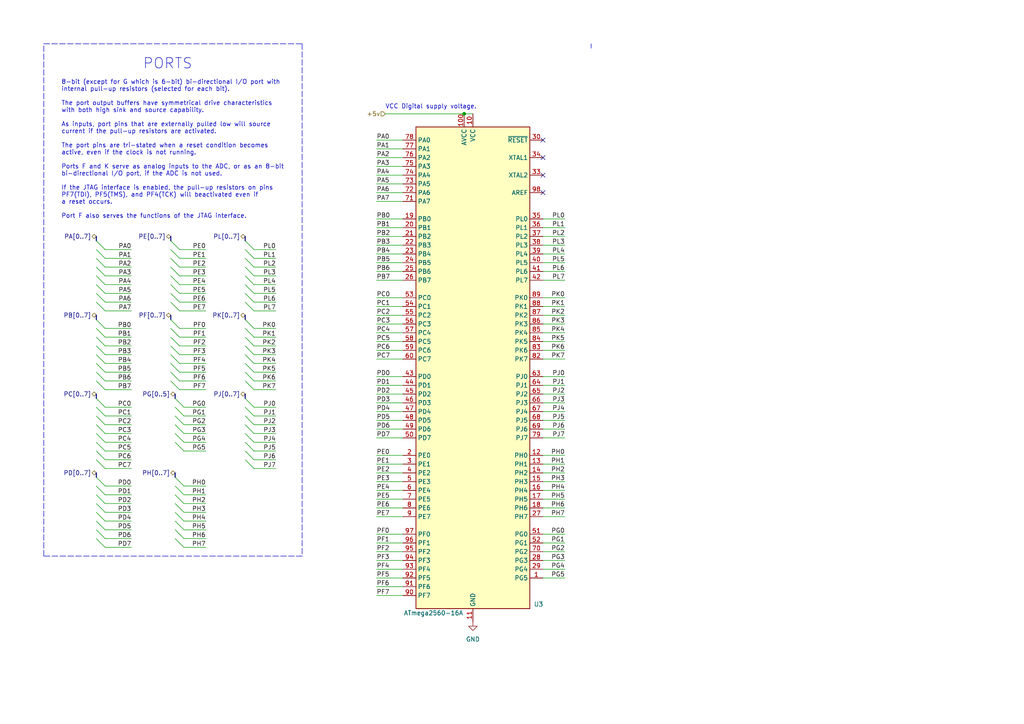
<source format=kicad_sch>
(kicad_sch (version 20210126) (generator eeschema)
  (paper "A4")
  (title_block (title "Basic Schematics Shared CPU") (comment 1 "ATmega2560-16A"))
  (lib_symbols
    (symbol "MCU_Microchip_ATmega:ATmega2560-16A"
      (property "Reference" "U" (at 0 1.27 0))
      (property "Value" "ATmega2560-16A" (at 0 -1.27 0))
      (symbol "ATmega2560-16A_0_1"
        (rectangle (start -16.51 -69.85) (end 16.51 69.85) (stroke (width 0.254)) (fill (type background)))
      )
      (symbol "ATmega2560-16A_1_1"
        (pin bidirectional line (at -20.32 -60.96 0) (length 3.81) (name "PG5") (number "1"))
        (pin power_in line (at 0 73.66 270) (length 3.81) (name "VCC") (number "10"))
        (pin power_in line (at 2.54 73.66 270) (length 3.81) (name "AVCC") (number "100"))
        (pin power_in line (at 0 -73.66 90) (length 3.81) (name "GND") (number "11"))
        (pin bidirectional line (at -20.32 -25.4 0) (length 3.81) (name "PH0") (number "12"))
        (pin bidirectional line (at -20.32 -27.94 0) (length 3.81) (name "PH1") (number "13"))
        (pin bidirectional line (at -20.32 -30.48 0) (length 3.81) (name "PH2") (number "14"))
        (pin bidirectional line (at -20.32 -33.02 0) (length 3.81) (name "PH3") (number "15"))
        (pin bidirectional line (at -20.32 -35.56 0) (length 3.81) (name "PH4") (number "16"))
        (pin bidirectional line (at -20.32 -38.1 0) (length 3.81) (name "PH5") (number "17"))
        (pin bidirectional line (at -20.32 -40.64 0) (length 3.81) (name "PH6") (number "18"))
        (pin bidirectional line (at 20.32 43.18 180) (length 3.81) (name "PB0") (number "19"))
        (pin bidirectional line (at 20.32 -25.4 180) (length 3.81) (name "PE0") (number "2"))
        (pin bidirectional line (at 20.32 40.64 180) (length 3.81) (name "PB1") (number "20"))
        (pin bidirectional line (at 20.32 38.1 180) (length 3.81) (name "PB2") (number "21"))
        (pin bidirectional line (at 20.32 35.56 180) (length 3.81) (name "PB3") (number "22"))
        (pin bidirectional line (at 20.32 33.02 180) (length 3.81) (name "PB4") (number "23"))
        (pin bidirectional line (at 20.32 30.48 180) (length 3.81) (name "PB5") (number "24"))
        (pin bidirectional line (at 20.32 27.94 180) (length 3.81) (name "PB6") (number "25"))
        (pin bidirectional line (at 20.32 25.4 180) (length 3.81) (name "PB7") (number "26"))
        (pin bidirectional line (at -20.32 -43.18 0) (length 3.81) (name "PH7") (number "27"))
        (pin bidirectional line (at -20.32 -55.88 0) (length 3.81) (name "PG3") (number "28"))
        (pin bidirectional line (at -20.32 -58.42 0) (length 3.81) (name "PG4") (number "29"))
        (pin bidirectional line (at 20.32 -27.94 180) (length 3.81) (name "PE1") (number "3"))
        (pin input line (at -20.32 66.04 0) (length 3.81) (name "~RESET") (number "30"))
        (pin passive line (at 0 73.66 270) (length 3.81) hide (name "VCC") (number "31"))
        (pin passive line (at 0 -73.66 90) (length 3.81) hide (name "GND") (number "32"))
        (pin output line (at -20.32 55.88 0) (length 3.81) (name "XTAL2") (number "33"))
        (pin input line (at -20.32 60.96 0) (length 3.81) (name "XTAL1") (number "34"))
        (pin bidirectional line (at -20.32 43.18 0) (length 3.81) (name "PL0") (number "35"))
        (pin bidirectional line (at -20.32 40.64 0) (length 3.81) (name "PL1") (number "36"))
        (pin bidirectional line (at -20.32 38.1 0) (length 3.81) (name "PL2") (number "37"))
        (pin bidirectional line (at -20.32 35.56 0) (length 3.81) (name "PL3") (number "38"))
        (pin bidirectional line (at -20.32 33.02 0) (length 3.81) (name "PL4") (number "39"))
        (pin bidirectional line (at 20.32 -30.48 180) (length 3.81) (name "PE2") (number "4"))
        (pin bidirectional line (at -20.32 30.48 0) (length 3.81) (name "PL5") (number "40"))
        (pin bidirectional line (at -20.32 27.94 0) (length 3.81) (name "PL6") (number "41"))
        (pin bidirectional line (at -20.32 25.4 0) (length 3.81) (name "PL7") (number "42"))
        (pin bidirectional line (at 20.32 -2.54 180) (length 3.81) (name "PD0") (number "43"))
        (pin bidirectional line (at 20.32 -5.08 180) (length 3.81) (name "PD1") (number "44"))
        (pin bidirectional line (at 20.32 -7.62 180) (length 3.81) (name "PD2") (number "45"))
        (pin bidirectional line (at 20.32 -10.16 180) (length 3.81) (name "PD3") (number "46"))
        (pin bidirectional line (at 20.32 -12.7 180) (length 3.81) (name "PD4") (number "47"))
        (pin bidirectional line (at 20.32 -15.24 180) (length 3.81) (name "PD5") (number "48"))
        (pin bidirectional line (at 20.32 -17.78 180) (length 3.81) (name "PD6") (number "49"))
        (pin bidirectional line (at 20.32 -33.02 180) (length 3.81) (name "PE3") (number "5"))
        (pin bidirectional line (at 20.32 -20.32 180) (length 3.81) (name "PD7") (number "50"))
        (pin bidirectional line (at -20.32 -48.26 0) (length 3.81) (name "PG0") (number "51"))
        (pin bidirectional line (at -20.32 -50.8 0) (length 3.81) (name "PG1") (number "52"))
        (pin bidirectional line (at 20.32 20.32 180) (length 3.81) (name "PC0") (number "53"))
        (pin bidirectional line (at 20.32 17.78 180) (length 3.81) (name "PC1") (number "54"))
        (pin bidirectional line (at 20.32 15.24 180) (length 3.81) (name "PC2") (number "55"))
        (pin bidirectional line (at 20.32 12.7 180) (length 3.81) (name "PC3") (number "56"))
        (pin bidirectional line (at 20.32 10.16 180) (length 3.81) (name "PC4") (number "57"))
        (pin bidirectional line (at 20.32 7.62 180) (length 3.81) (name "PC5") (number "58"))
        (pin bidirectional line (at 20.32 5.08 180) (length 3.81) (name "PC6") (number "59"))
        (pin bidirectional line (at 20.32 -35.56 180) (length 3.81) (name "PE4") (number "6"))
        (pin bidirectional line (at 20.32 2.54 180) (length 3.81) (name "PC7") (number "60"))
        (pin passive line (at 0 73.66 270) (length 3.81) hide (name "VCC") (number "61"))
        (pin passive line (at 0 -73.66 90) (length 3.81) hide (name "GND") (number "62"))
        (pin bidirectional line (at -20.32 -2.54 0) (length 3.81) (name "PJ0") (number "63"))
        (pin bidirectional line (at -20.32 -5.08 0) (length 3.81) (name "PJ1") (number "64"))
        (pin bidirectional line (at -20.32 -7.62 0) (length 3.81) (name "PJ2") (number "65"))
        (pin bidirectional line (at -20.32 -10.16 0) (length 3.81) (name "PJ3") (number "66"))
        (pin bidirectional line (at -20.32 -12.7 0) (length 3.81) (name "PJ4") (number "67"))
        (pin bidirectional line (at -20.32 -15.24 0) (length 3.81) (name "PJ5") (number "68"))
        (pin bidirectional line (at -20.32 -17.78 0) (length 3.81) (name "PJ6") (number "69"))
        (pin bidirectional line (at 20.32 -38.1 180) (length 3.81) (name "PE5") (number "7"))
        (pin bidirectional line (at -20.32 -53.34 0) (length 3.81) (name "PG2") (number "70"))
        (pin bidirectional line (at 20.32 48.26 180) (length 3.81) (name "PA7") (number "71"))
        (pin bidirectional line (at 20.32 50.8 180) (length 3.81) (name "PA6") (number "72"))
        (pin bidirectional line (at 20.32 53.34 180) (length 3.81) (name "PA5") (number "73"))
        (pin bidirectional line (at 20.32 55.88 180) (length 3.81) (name "PA4") (number "74"))
        (pin bidirectional line (at 20.32 58.42 180) (length 3.81) (name "PA3") (number "75"))
        (pin bidirectional line (at 20.32 60.96 180) (length 3.81) (name "PA2") (number "76"))
        (pin bidirectional line (at 20.32 63.5 180) (length 3.81) (name "PA1") (number "77"))
        (pin bidirectional line (at 20.32 66.04 180) (length 3.81) (name "PA0") (number "78"))
        (pin bidirectional line (at -20.32 -20.32 0) (length 3.81) (name "PJ7") (number "79"))
        (pin bidirectional line (at 20.32 -40.64 180) (length 3.81) (name "PE6") (number "8"))
        (pin passive line (at 0 73.66 270) (length 3.81) hide (name "VCC") (number "80"))
        (pin passive line (at 0 -73.66 90) (length 3.81) hide (name "GND") (number "81"))
        (pin bidirectional line (at -20.32 2.54 0) (length 3.81) (name "PK7") (number "82"))
        (pin bidirectional line (at -20.32 5.08 0) (length 3.81) (name "PK6") (number "83"))
        (pin bidirectional line (at -20.32 7.62 0) (length 3.81) (name "PK5") (number "84"))
        (pin bidirectional line (at -20.32 10.16 0) (length 3.81) (name "PK4") (number "85"))
        (pin bidirectional line (at -20.32 12.7 0) (length 3.81) (name "PK3") (number "86"))
        (pin bidirectional line (at -20.32 15.24 0) (length 3.81) (name "PK2") (number "87"))
        (pin bidirectional line (at -20.32 17.78 0) (length 3.81) (name "PK1") (number "88"))
        (pin bidirectional line (at -20.32 20.32 0) (length 3.81) (name "PK0") (number "89"))
        (pin bidirectional line (at 20.32 -43.18 180) (length 3.81) (name "PE7") (number "9"))
        (pin bidirectional line (at 20.32 -66.04 180) (length 3.81) (name "PF7") (number "90"))
        (pin bidirectional line (at 20.32 -63.5 180) (length 3.81) (name "PF6") (number "91"))
        (pin bidirectional line (at 20.32 -60.96 180) (length 3.81) (name "PF5") (number "92"))
        (pin bidirectional line (at 20.32 -58.42 180) (length 3.81) (name "PF4") (number "93"))
        (pin bidirectional line (at 20.32 -55.88 180) (length 3.81) (name "PF3") (number "94"))
        (pin bidirectional line (at 20.32 -53.34 180) (length 3.81) (name "PF2") (number "95"))
        (pin bidirectional line (at 20.32 -50.8 180) (length 3.81) (name "PF1") (number "96"))
        (pin bidirectional line (at 20.32 -48.26 180) (length 3.81) (name "PF0") (number "97"))
        (pin passive line (at -20.32 50.8 0) (length 3.81) (name "AREF") (number "98"))
        (pin passive line (at 0 -73.66 90) (length 3.81) hide (name "GND") (number "99"))
      )
    )
    (symbol "power:GND" (power) (pin_names (offset 0))
      (property "Value" "GND" (at 0 -3.81 0))
      (symbol "GND_0_1"
        (polyline (pts (xy 0 0) (xy 0 -1.27) (xy 1.27 -1.27) (xy 0 -2.54) (xy -1.27 -1.27) (xy 0 -1.27)))
      )
      (symbol "GND_1_1"
        (pin power_in line (at 0 0 270) (length 0) hide (name "GND") (number "1"))
      )
    )
  )
  (junction (at 134.62 33.02) (diameter 0.9144))
  (no_connect (at 157.48 40.64))
  (no_connect (at 157.48 45.72))
  (no_connect (at 157.48 50.8))
  (no_connect (at 157.48 55.88))
  (bus_entry (at 27.94 69.85) (size 2.54 2.54) (stroke (width 0.1524)))
  (bus_entry (at 27.94 72.39) (size 2.54 2.54) (stroke (width 0.1524)))
  (bus_entry (at 27.94 74.93) (size 2.54 2.54) (stroke (width 0.1524)))
  (bus_entry (at 27.94 77.47) (size 2.54 2.54) (stroke (width 0.1524)))
  (bus_entry (at 27.94 80.01) (size 2.54 2.54) (stroke (width 0.1524)))
  (bus_entry (at 27.94 82.55) (size 2.54 2.54) (stroke (width 0.1524)))
  (bus_entry (at 27.94 85.09) (size 2.54 2.54) (stroke (width 0.1524)))
  (bus_entry (at 27.94 87.63) (size 2.54 2.54) (stroke (width 0.1524)))
  (bus_entry (at 27.94 92.71) (size 2.54 2.54) (stroke (width 0.1524)))
  (bus_entry (at 27.94 95.25) (size 2.54 2.54) (stroke (width 0.1524)))
  (bus_entry (at 27.94 97.79) (size 2.54 2.54) (stroke (width 0.1524)))
  (bus_entry (at 27.94 100.33) (size 2.54 2.54) (stroke (width 0.1524)))
  (bus_entry (at 27.94 102.87) (size 2.54 2.54) (stroke (width 0.1524)))
  (bus_entry (at 27.94 105.41) (size 2.54 2.54) (stroke (width 0.1524)))
  (bus_entry (at 27.94 107.95) (size 2.54 2.54) (stroke (width 0.1524)))
  (bus_entry (at 27.94 110.49) (size 2.54 2.54) (stroke (width 0.1524)))
  (bus_entry (at 27.94 115.57) (size 2.54 2.54) (stroke (width 0.1524)))
  (bus_entry (at 27.94 118.11) (size 2.54 2.54) (stroke (width 0.1524)))
  (bus_entry (at 27.94 120.65) (size 2.54 2.54) (stroke (width 0.1524)))
  (bus_entry (at 27.94 123.19) (size 2.54 2.54) (stroke (width 0.1524)))
  (bus_entry (at 27.94 125.73) (size 2.54 2.54) (stroke (width 0.1524)))
  (bus_entry (at 27.94 128.27) (size 2.54 2.54) (stroke (width 0.1524)))
  (bus_entry (at 27.94 130.81) (size 2.54 2.54) (stroke (width 0.1524)))
  (bus_entry (at 27.94 133.35) (size 2.54 2.54) (stroke (width 0.1524)))
  (bus_entry (at 27.94 138.43) (size 2.54 2.54) (stroke (width 0.1524)))
  (bus_entry (at 27.94 140.97) (size 2.54 2.54) (stroke (width 0.1524)))
  (bus_entry (at 27.94 143.51) (size 2.54 2.54) (stroke (width 0.1524)))
  (bus_entry (at 27.94 146.05) (size 2.54 2.54) (stroke (width 0.1524)))
  (bus_entry (at 27.94 148.59) (size 2.54 2.54) (stroke (width 0.1524)))
  (bus_entry (at 27.94 151.13) (size 2.54 2.54) (stroke (width 0.1524)))
  (bus_entry (at 27.94 153.67) (size 2.54 2.54) (stroke (width 0.1524)))
  (bus_entry (at 27.94 156.21) (size 2.54 2.54) (stroke (width 0.1524)))
  (bus_entry (at 49.53 69.85) (size 2.54 2.54) (stroke (width 0.1524)))
  (bus_entry (at 49.53 72.39) (size 2.54 2.54) (stroke (width 0.1524)))
  (bus_entry (at 49.53 74.93) (size 2.54 2.54) (stroke (width 0.1524)))
  (bus_entry (at 49.53 77.47) (size 2.54 2.54) (stroke (width 0.1524)))
  (bus_entry (at 49.53 80.01) (size 2.54 2.54) (stroke (width 0.1524)))
  (bus_entry (at 49.53 82.55) (size 2.54 2.54) (stroke (width 0.1524)))
  (bus_entry (at 49.53 85.09) (size 2.54 2.54) (stroke (width 0.1524)))
  (bus_entry (at 49.53 87.63) (size 2.54 2.54) (stroke (width 0.1524)))
  (bus_entry (at 49.53 92.71) (size 2.54 2.54) (stroke (width 0.1524)))
  (bus_entry (at 49.53 95.25) (size 2.54 2.54) (stroke (width 0.1524)))
  (bus_entry (at 49.53 97.79) (size 2.54 2.54) (stroke (width 0.1524)))
  (bus_entry (at 49.53 100.33) (size 2.54 2.54) (stroke (width 0.1524)))
  (bus_entry (at 49.53 102.87) (size 2.54 2.54) (stroke (width 0.1524)))
  (bus_entry (at 49.53 105.41) (size 2.54 2.54) (stroke (width 0.1524)))
  (bus_entry (at 49.53 107.95) (size 2.54 2.54) (stroke (width 0.1524)))
  (bus_entry (at 49.53 110.49) (size 2.54 2.54) (stroke (width 0.1524)))
  (bus_entry (at 50.8 115.57) (size 2.54 2.54) (stroke (width 0.1524)))
  (bus_entry (at 50.8 118.11) (size 2.54 2.54) (stroke (width 0.1524)))
  (bus_entry (at 50.8 120.65) (size 2.54 2.54) (stroke (width 0.1524)))
  (bus_entry (at 50.8 123.19) (size 2.54 2.54) (stroke (width 0.1524)))
  (bus_entry (at 50.8 125.73) (size 2.54 2.54) (stroke (width 0.1524)))
  (bus_entry (at 50.8 128.27) (size 2.54 2.54) (stroke (width 0.1524)))
  (bus_entry (at 50.8 138.43) (size 2.54 2.54) (stroke (width 0.1524)))
  (bus_entry (at 50.8 140.97) (size 2.54 2.54) (stroke (width 0.1524)))
  (bus_entry (at 50.8 143.51) (size 2.54 2.54) (stroke (width 0.1524)))
  (bus_entry (at 50.8 146.05) (size 2.54 2.54) (stroke (width 0.1524)))
  (bus_entry (at 50.8 148.59) (size 2.54 2.54) (stroke (width 0.1524)))
  (bus_entry (at 50.8 151.13) (size 2.54 2.54) (stroke (width 0.1524)))
  (bus_entry (at 50.8 153.67) (size 2.54 2.54) (stroke (width 0.1524)))
  (bus_entry (at 50.8 156.21) (size 2.54 2.54) (stroke (width 0.1524)))
  (bus_entry (at 71.12 69.85) (size 2.54 2.54) (stroke (width 0.1524)))
  (bus_entry (at 71.12 72.39) (size 2.54 2.54) (stroke (width 0.1524)))
  (bus_entry (at 71.12 74.93) (size 2.54 2.54) (stroke (width 0.1524)))
  (bus_entry (at 71.12 77.47) (size 2.54 2.54) (stroke (width 0.1524)))
  (bus_entry (at 71.12 80.01) (size 2.54 2.54) (stroke (width 0.1524)))
  (bus_entry (at 71.12 82.55) (size 2.54 2.54) (stroke (width 0.1524)))
  (bus_entry (at 71.12 85.09) (size 2.54 2.54) (stroke (width 0.1524)))
  (bus_entry (at 71.12 87.63) (size 2.54 2.54) (stroke (width 0.1524)))
  (bus_entry (at 71.12 92.71) (size 2.54 2.54) (stroke (width 0.1524)))
  (bus_entry (at 71.12 95.25) (size 2.54 2.54) (stroke (width 0.1524)))
  (bus_entry (at 71.12 97.79) (size 2.54 2.54) (stroke (width 0.1524)))
  (bus_entry (at 71.12 100.33) (size 2.54 2.54) (stroke (width 0.1524)))
  (bus_entry (at 71.12 102.87) (size 2.54 2.54) (stroke (width 0.1524)))
  (bus_entry (at 71.12 105.41) (size 2.54 2.54) (stroke (width 0.1524)))
  (bus_entry (at 71.12 107.95) (size 2.54 2.54) (stroke (width 0.1524)))
  (bus_entry (at 71.12 110.49) (size 2.54 2.54) (stroke (width 0.1524)))
  (bus_entry (at 71.12 115.57) (size 2.54 2.54) (stroke (width 0.1524)))
  (bus_entry (at 71.12 118.11) (size 2.54 2.54) (stroke (width 0.1524)))
  (bus_entry (at 71.12 120.65) (size 2.54 2.54) (stroke (width 0.1524)))
  (bus_entry (at 71.12 123.19) (size 2.54 2.54) (stroke (width 0.1524)))
  (bus_entry (at 71.12 125.73) (size 2.54 2.54) (stroke (width 0.1524)))
  (bus_entry (at 71.12 128.27) (size 2.54 2.54) (stroke (width 0.1524)))
  (bus_entry (at 71.12 130.81) (size 2.54 2.54) (stroke (width 0.1524)))
  (bus_entry (at 71.12 133.35) (size 2.54 2.54) (stroke (width 0.1524)))
  (wire (pts (xy 30.48 72.39) (xy 38.1 72.39)))
  (wire (pts (xy 30.48 74.93) (xy 38.1 74.93)))
  (wire (pts (xy 30.48 77.47) (xy 38.1 77.47)))
  (wire (pts (xy 30.48 80.01) (xy 38.1 80.01)))
  (wire (pts (xy 30.48 82.55) (xy 38.1 82.55)))
  (wire (pts (xy 30.48 85.09) (xy 38.1 85.09)))
  (wire (pts (xy 30.48 87.63) (xy 38.1 87.63)))
  (wire (pts (xy 30.48 90.17) (xy 38.1 90.17)))
  (wire (pts (xy 30.48 95.25) (xy 38.1 95.25)))
  (wire (pts (xy 30.48 97.79) (xy 38.1 97.79)))
  (wire (pts (xy 30.48 100.33) (xy 38.1 100.33)))
  (wire (pts (xy 30.48 102.87) (xy 38.1 102.87)))
  (wire (pts (xy 30.48 105.41) (xy 38.1 105.41)))
  (wire (pts (xy 30.48 107.95) (xy 38.1 107.95)))
  (wire (pts (xy 30.48 110.49) (xy 38.1 110.49)))
  (wire (pts (xy 30.48 113.03) (xy 38.1 113.03)))
  (wire (pts (xy 30.48 118.11) (xy 38.1 118.11)))
  (wire (pts (xy 30.48 120.65) (xy 38.1 120.65)))
  (wire (pts (xy 30.48 123.19) (xy 38.1 123.19)))
  (wire (pts (xy 30.48 125.73) (xy 38.1 125.73)))
  (wire (pts (xy 30.48 128.27) (xy 38.1 128.27)))
  (wire (pts (xy 30.48 130.81) (xy 38.1 130.81)))
  (wire (pts (xy 30.48 133.35) (xy 38.1 133.35)))
  (wire (pts (xy 30.48 135.89) (xy 38.1 135.89)))
  (wire (pts (xy 30.48 140.97) (xy 38.1 140.97)))
  (wire (pts (xy 30.48 143.51) (xy 38.1 143.51)))
  (wire (pts (xy 30.48 146.05) (xy 38.1 146.05)))
  (wire (pts (xy 30.48 148.59) (xy 38.1 148.59)))
  (wire (pts (xy 30.48 151.13) (xy 38.1 151.13)))
  (wire (pts (xy 30.48 153.67) (xy 38.1 153.67)))
  (wire (pts (xy 30.48 156.21) (xy 38.1 156.21)))
  (wire (pts (xy 30.48 158.75) (xy 38.1 158.75)))
  (wire (pts (xy 52.07 72.39) (xy 59.69 72.39)))
  (wire (pts (xy 52.07 74.93) (xy 59.69 74.93)))
  (wire (pts (xy 52.07 77.47) (xy 59.69 77.47)))
  (wire (pts (xy 52.07 80.01) (xy 59.69 80.01)))
  (wire (pts (xy 52.07 82.55) (xy 59.69 82.55)))
  (wire (pts (xy 52.07 85.09) (xy 59.69 85.09)))
  (wire (pts (xy 52.07 87.63) (xy 59.69 87.63)))
  (wire (pts (xy 52.07 90.17) (xy 59.69 90.17)))
  (wire (pts (xy 52.07 95.25) (xy 59.69 95.25)))
  (wire (pts (xy 52.07 97.79) (xy 59.69 97.79)))
  (wire (pts (xy 52.07 100.33) (xy 59.69 100.33)))
  (wire (pts (xy 52.07 102.87) (xy 59.69 102.87)))
  (wire (pts (xy 52.07 105.41) (xy 59.69 105.41)))
  (wire (pts (xy 52.07 107.95) (xy 59.69 107.95)))
  (wire (pts (xy 52.07 110.49) (xy 59.69 110.49)))
  (wire (pts (xy 52.07 113.03) (xy 59.69 113.03)))
  (wire (pts (xy 53.34 118.11) (xy 59.69 118.11)))
  (wire (pts (xy 53.34 120.65) (xy 59.69 120.65)))
  (wire (pts (xy 53.34 123.19) (xy 59.69 123.19)))
  (wire (pts (xy 53.34 125.73) (xy 59.69 125.73)))
  (wire (pts (xy 53.34 128.27) (xy 59.69 128.27)))
  (wire (pts (xy 53.34 130.81) (xy 59.69 130.81)))
  (wire (pts (xy 53.34 140.97) (xy 59.69 140.97)))
  (wire (pts (xy 53.34 143.51) (xy 59.69 143.51)))
  (wire (pts (xy 53.34 146.05) (xy 59.69 146.05)))
  (wire (pts (xy 53.34 148.59) (xy 59.69 148.59)))
  (wire (pts (xy 53.34 151.13) (xy 59.69 151.13)))
  (wire (pts (xy 53.34 153.67) (xy 59.69 153.67)))
  (wire (pts (xy 53.34 156.21) (xy 59.69 156.21)))
  (wire (pts (xy 53.34 158.75) (xy 59.69 158.75)))
  (wire (pts (xy 73.66 72.39) (xy 80.01 72.39)))
  (wire (pts (xy 73.66 74.93) (xy 80.01 74.93)))
  (wire (pts (xy 73.66 77.47) (xy 80.01 77.47)))
  (wire (pts (xy 73.66 80.01) (xy 80.01 80.01)))
  (wire (pts (xy 73.66 82.55) (xy 80.01 82.55)))
  (wire (pts (xy 73.66 85.09) (xy 80.01 85.09)))
  (wire (pts (xy 73.66 87.63) (xy 80.01 87.63)))
  (wire (pts (xy 73.66 90.17) (xy 80.01 90.17)))
  (wire (pts (xy 73.66 95.25) (xy 80.01 95.25)))
  (wire (pts (xy 73.66 97.79) (xy 80.01 97.79)))
  (wire (pts (xy 73.66 100.33) (xy 80.01 100.33)))
  (wire (pts (xy 73.66 102.87) (xy 80.01 102.87)))
  (wire (pts (xy 73.66 105.41) (xy 80.01 105.41)))
  (wire (pts (xy 73.66 107.95) (xy 80.01 107.95)))
  (wire (pts (xy 73.66 110.49) (xy 80.01 110.49)))
  (wire (pts (xy 73.66 113.03) (xy 80.01 113.03)))
  (wire (pts (xy 73.66 118.11) (xy 80.01 118.11)))
  (wire (pts (xy 73.66 120.65) (xy 80.01 120.65)))
  (wire (pts (xy 73.66 123.19) (xy 80.01 123.19)))
  (wire (pts (xy 73.66 125.73) (xy 80.01 125.73)))
  (wire (pts (xy 73.66 128.27) (xy 80.01 128.27)))
  (wire (pts (xy 73.66 130.81) (xy 80.01 130.81)))
  (wire (pts (xy 73.66 133.35) (xy 80.01 133.35)))
  (wire (pts (xy 73.66 135.89) (xy 80.01 135.89)))
  (wire (pts (xy 116.84 40.64) (xy 109.22 40.64)))
  (wire (pts (xy 116.84 43.18) (xy 109.22 43.18)))
  (wire (pts (xy 116.84 45.72) (xy 109.22 45.72)))
  (wire (pts (xy 116.84 48.26) (xy 109.22 48.26)))
  (wire (pts (xy 116.84 50.8) (xy 109.22 50.8)))
  (wire (pts (xy 116.84 53.34) (xy 109.22 53.34)))
  (wire (pts (xy 116.84 55.88) (xy 109.22 55.88)))
  (wire (pts (xy 116.84 58.42) (xy 109.22 58.42)))
  (wire (pts (xy 116.84 63.5) (xy 109.22 63.5)))
  (wire (pts (xy 116.84 66.04) (xy 109.22 66.04)))
  (wire (pts (xy 116.84 68.58) (xy 109.22 68.58)))
  (wire (pts (xy 116.84 71.12) (xy 109.22 71.12)))
  (wire (pts (xy 116.84 73.66) (xy 109.22 73.66)))
  (wire (pts (xy 116.84 76.2) (xy 109.22 76.2)))
  (wire (pts (xy 116.84 78.74) (xy 109.22 78.74)))
  (wire (pts (xy 116.84 81.28) (xy 109.22 81.28)))
  (wire (pts (xy 116.84 86.36) (xy 109.22 86.36)))
  (wire (pts (xy 116.84 88.9) (xy 109.22 88.9)))
  (wire (pts (xy 116.84 91.44) (xy 109.22 91.44)))
  (wire (pts (xy 116.84 93.98) (xy 109.22 93.98)))
  (wire (pts (xy 116.84 96.52) (xy 109.22 96.52)))
  (wire (pts (xy 116.84 99.06) (xy 109.22 99.06)))
  (wire (pts (xy 116.84 101.6) (xy 109.22 101.6)))
  (wire (pts (xy 116.84 104.14) (xy 109.22 104.14)))
  (wire (pts (xy 116.84 109.22) (xy 109.22 109.22)))
  (wire (pts (xy 116.84 111.76) (xy 109.22 111.76)))
  (wire (pts (xy 116.84 114.3) (xy 109.22 114.3)))
  (wire (pts (xy 116.84 116.84) (xy 109.22 116.84)))
  (wire (pts (xy 116.84 119.38) (xy 109.22 119.38)))
  (wire (pts (xy 116.84 121.92) (xy 109.22 121.92)))
  (wire (pts (xy 116.84 124.46) (xy 109.22 124.46)))
  (wire (pts (xy 116.84 127) (xy 109.22 127)))
  (wire (pts (xy 116.84 132.08) (xy 109.22 132.08)))
  (wire (pts (xy 116.84 134.62) (xy 109.22 134.62)))
  (wire (pts (xy 116.84 137.16) (xy 109.22 137.16)))
  (wire (pts (xy 116.84 139.7) (xy 109.22 139.7)))
  (wire (pts (xy 116.84 142.24) (xy 109.22 142.24)))
  (wire (pts (xy 116.84 144.78) (xy 109.22 144.78)))
  (wire (pts (xy 116.84 147.32) (xy 109.22 147.32)))
  (wire (pts (xy 116.84 149.86) (xy 109.22 149.86)))
  (wire (pts (xy 116.84 154.94) (xy 109.22 154.94)))
  (wire (pts (xy 116.84 157.48) (xy 109.22 157.48)))
  (wire (pts (xy 116.84 160.02) (xy 109.22 160.02)))
  (wire (pts (xy 116.84 162.56) (xy 109.22 162.56)))
  (wire (pts (xy 116.84 165.1) (xy 109.22 165.1)))
  (wire (pts (xy 116.84 167.64) (xy 109.22 167.64)))
  (wire (pts (xy 116.84 170.18) (xy 109.22 170.18)))
  (wire (pts (xy 116.84 172.72) (xy 109.22 172.72)))
  (wire (pts (xy 134.62 33.02) (xy 111.76 33.02)))
  (wire (pts (xy 134.62 33.02) (xy 137.16 33.02)))
  (wire (pts (xy 157.48 63.5) (xy 163.83 63.5)))
  (wire (pts (xy 157.48 66.04) (xy 163.83 66.04)))
  (wire (pts (xy 157.48 68.58) (xy 163.83 68.58)))
  (wire (pts (xy 157.48 71.12) (xy 163.83 71.12)))
  (wire (pts (xy 157.48 73.66) (xy 163.83 73.66)))
  (wire (pts (xy 157.48 76.2) (xy 163.83 76.2)))
  (wire (pts (xy 157.48 78.74) (xy 163.83 78.74)))
  (wire (pts (xy 157.48 81.28) (xy 163.83 81.28)))
  (wire (pts (xy 157.48 86.36) (xy 163.83 86.36)))
  (wire (pts (xy 157.48 88.9) (xy 163.83 88.9)))
  (wire (pts (xy 157.48 91.44) (xy 163.83 91.44)))
  (wire (pts (xy 157.48 93.98) (xy 163.83 93.98)))
  (wire (pts (xy 157.48 96.52) (xy 163.83 96.52)))
  (wire (pts (xy 157.48 99.06) (xy 163.83 99.06)))
  (wire (pts (xy 157.48 101.6) (xy 163.83 101.6)))
  (wire (pts (xy 157.48 104.14) (xy 163.83 104.14)))
  (wire (pts (xy 157.48 109.22) (xy 163.83 109.22)))
  (wire (pts (xy 157.48 111.76) (xy 163.83 111.76)))
  (wire (pts (xy 157.48 114.3) (xy 163.83 114.3)))
  (wire (pts (xy 157.48 116.84) (xy 163.83 116.84)))
  (wire (pts (xy 157.48 119.38) (xy 163.83 119.38)))
  (wire (pts (xy 157.48 121.92) (xy 163.83 121.92)))
  (wire (pts (xy 157.48 124.46) (xy 163.83 124.46)))
  (wire (pts (xy 157.48 127) (xy 163.83 127)))
  (wire (pts (xy 157.48 132.08) (xy 163.83 132.08)))
  (wire (pts (xy 157.48 134.62) (xy 163.83 134.62)))
  (wire (pts (xy 157.48 137.16) (xy 163.83 137.16)))
  (wire (pts (xy 157.48 139.7) (xy 163.83 139.7)))
  (wire (pts (xy 157.48 142.24) (xy 163.83 142.24)))
  (wire (pts (xy 157.48 144.78) (xy 163.83 144.78)))
  (wire (pts (xy 157.48 147.32) (xy 163.83 147.32)))
  (wire (pts (xy 157.48 149.86) (xy 163.83 149.86)))
  (wire (pts (xy 157.48 154.94) (xy 163.83 154.94)))
  (wire (pts (xy 157.48 157.48) (xy 163.83 157.48)))
  (wire (pts (xy 157.48 160.02) (xy 163.83 160.02)))
  (wire (pts (xy 157.48 162.56) (xy 163.83 162.56)))
  (wire (pts (xy 157.48 165.1) (xy 163.83 165.1)))
  (wire (pts (xy 157.48 167.64) (xy 163.83 167.64)))
  (bus (pts (xy 27.94 68.58) (xy 27.94 87.63)))
  (bus (pts (xy 27.94 91.44) (xy 27.94 110.49)))
  (bus (pts (xy 27.94 114.3) (xy 27.94 133.35)))
  (bus (pts (xy 27.94 137.16) (xy 27.94 156.21)))
  (bus (pts (xy 49.53 68.58) (xy 49.53 87.63)))
  (bus (pts (xy 49.53 91.44) (xy 49.53 110.49)))
  (bus (pts (xy 50.8 114.3) (xy 50.8 128.27)))
  (bus (pts (xy 50.8 137.16) (xy 50.8 156.21)))
  (bus (pts (xy 71.12 68.58) (xy 71.12 87.63)))
  (bus (pts (xy 71.12 91.44) (xy 71.12 110.49)))
  (bus (pts (xy 71.12 114.3) (xy 71.12 133.35)))
  (polyline (pts (xy 12.7 12.7) (xy 87.63 12.7)) (stroke (width 0) (type dash)))
  (polyline (pts (xy 12.7 161.29) (xy 12.7 12.7)) (stroke (width 0) (type dash)))
  (polyline (pts (xy 87.63 12.7) (xy 87.63 161.29)) (stroke (width 0) (type dash)))
  (polyline (pts (xy 87.63 161.29) (xy 12.7 161.29)) (stroke (width 0) (type dash)))
  (polyline (pts (xy 171.45 12.7) (xy 171.45 13.97)) (stroke (width 0) (type dash)))
  (text "8-bit (except for G which is 6-bit) bi-directional I/O port with\ninternal pull-up resistors (selected for each bit).\n\nThe port output buffers have symmetrical drive characteristics\nwith both high sink and source capability.\n\nAs inputs, port pins that are externally pulled low will source\ncurrent if the pull-up resistors are activated.\n\nThe port pins are tri-stated when a reset condition becomes\nactive, even if the clock is not running.\n\nPorts F and K serve as analog inputs to the ADC, or as an 8-bit\nbi-directional I/O port, if the ADC is not used.\n\nIf the JTAG interface is enabled, the pull-up resistors on pins\nPF7(TDI), PF5(TMS), and PF4(TCK) will beactivated even if\na reset occurs.\n\nPort F also serves the functions of the JTAG interface." (at 17.78 63.5 0) (effects (font (size 1.27 1.27)) (justify left bottom)))
  (text "PORTS" (at 55.88 20.32 180) (effects (font (size 3 3)) (justify right bottom)))
  (text "VCC Digital supply voltage." (at 111.76 31.75 0) (effects (font (size 1.27 1.27)) (justify left bottom)))
  (label "PA0" (at 38.1 72.39 180))
  (label "PA1" (at 38.1 74.93 180))
  (label "PA2" (at 38.1 77.47 180))
  (label "PA3" (at 38.1 80.01 180))
  (label "PA4" (at 38.1 82.55 180))
  (label "PA5" (at 38.1 85.09 180))
  (label "PA6" (at 38.1 87.63 180))
  (label "PA7" (at 38.1 90.17 180))
  (label "PB0" (at 38.1 95.25 180))
  (label "PB1" (at 38.1 97.79 180))
  (label "PB2" (at 38.1 100.33 180))
  (label "PB3" (at 38.1 102.87 180))
  (label "PB4" (at 38.1 105.41 180))
  (label "PB5" (at 38.1 107.95 180))
  (label "PB6" (at 38.1 110.49 180))
  (label "PB7" (at 38.1 113.03 180))
  (label "PC0" (at 38.1 118.11 180))
  (label "PC1" (at 38.1 120.65 180))
  (label "PC2" (at 38.1 123.19 180))
  (label "PC3" (at 38.1 125.73 180))
  (label "PC4" (at 38.1 128.27 180))
  (label "PC5" (at 38.1 130.81 180))
  (label "PC6" (at 38.1 133.35 180))
  (label "PC7" (at 38.1 135.89 180))
  (label "PD0" (at 38.1 140.97 180))
  (label "PD1" (at 38.1 143.51 180))
  (label "PD2" (at 38.1 146.05 180))
  (label "PD3" (at 38.1 148.59 180))
  (label "PD4" (at 38.1 151.13 180))
  (label "PD5" (at 38.1 153.67 180))
  (label "PD6" (at 38.1 156.21 180))
  (label "PD7" (at 38.1 158.75 180))
  (label "PE0" (at 59.69 72.39 180))
  (label "PE1" (at 59.69 74.93 180))
  (label "PE2" (at 59.69 77.47 180))
  (label "PE3" (at 59.69 80.01 180))
  (label "PE4" (at 59.69 82.55 180))
  (label "PE5" (at 59.69 85.09 180))
  (label "PE6" (at 59.69 87.63 180))
  (label "PE7" (at 59.69 90.17 180))
  (label "PF0" (at 59.69 95.25 180))
  (label "PF1" (at 59.69 97.79 180))
  (label "PF2" (at 59.69 100.33 180))
  (label "PF3" (at 59.69 102.87 180))
  (label "PF4" (at 59.69 105.41 180))
  (label "PF5" (at 59.69 107.95 180))
  (label "PF6" (at 59.69 110.49 180))
  (label "PF7" (at 59.69 113.03 180))
  (label "PG0" (at 59.69 118.11 180))
  (label "PG1" (at 59.69 120.65 180))
  (label "PG2" (at 59.69 123.19 180))
  (label "PG3" (at 59.69 125.73 180))
  (label "PG4" (at 59.69 128.27 180))
  (label "PG5" (at 59.69 130.81 180))
  (label "PH0" (at 59.69 140.97 180))
  (label "PH1" (at 59.69 143.51 180))
  (label "PH2" (at 59.69 146.05 180))
  (label "PH3" (at 59.69 148.59 180))
  (label "PH4" (at 59.69 151.13 180))
  (label "PH5" (at 59.69 153.67 180))
  (label "PH6" (at 59.69 156.21 180))
  (label "PH7" (at 59.69 158.75 180))
  (label "PL0" (at 80.01 72.39 180))
  (label "PL1" (at 80.01 74.93 180))
  (label "PL2" (at 80.01 77.47 180))
  (label "PL3" (at 80.01 80.01 180))
  (label "PL4" (at 80.01 82.55 180))
  (label "PL5" (at 80.01 85.09 180))
  (label "PL6" (at 80.01 87.63 180))
  (label "PL7" (at 80.01 90.17 180))
  (label "PK0" (at 80.01 95.25 180))
  (label "PK1" (at 80.01 97.79 180))
  (label "PK2" (at 80.01 100.33 180))
  (label "PK3" (at 80.01 102.87 180))
  (label "PK4" (at 80.01 105.41 180))
  (label "PK5" (at 80.01 107.95 180))
  (label "PK6" (at 80.01 110.49 180))
  (label "PK7" (at 80.01 113.03 180))
  (label "PJ0" (at 80.01 118.11 180))
  (label "PJ1" (at 80.01 120.65 180))
  (label "PJ2" (at 80.01 123.19 180))
  (label "PJ3" (at 80.01 125.73 180))
  (label "PJ4" (at 80.01 128.27 180))
  (label "PJ5" (at 80.01 130.81 180))
  (label "PJ6" (at 80.01 133.35 180))
  (label "PJ7" (at 80.01 135.89 180))
  (label "PA0" (at 109.22 40.64 0))
  (label "PA1" (at 109.22 43.18 0))
  (label "PA2" (at 109.22 45.72 0))
  (label "PA3" (at 109.22 48.26 0))
  (label "PA4" (at 109.22 50.8 0))
  (label "PA5" (at 109.22 53.34 0))
  (label "PA6" (at 109.22 55.88 0))
  (label "PA7" (at 109.22 58.42 0))
  (label "PB0" (at 109.22 63.5 0))
  (label "PB1" (at 109.22 66.04 0))
  (label "PB2" (at 109.22 68.58 0))
  (label "PB3" (at 109.22 71.12 0))
  (label "PB4" (at 109.22 73.66 0))
  (label "PB5" (at 109.22 76.2 0))
  (label "PB6" (at 109.22 78.74 0))
  (label "PB7" (at 109.22 81.28 0))
  (label "PC0" (at 109.22 86.36 0))
  (label "PC1" (at 109.22 88.9 0))
  (label "PC2" (at 109.22 91.44 0))
  (label "PC3" (at 109.22 93.98 0))
  (label "PC4" (at 109.22 96.52 0))
  (label "PC5" (at 109.22 99.06 0))
  (label "PC6" (at 109.22 101.6 0))
  (label "PC7" (at 109.22 104.14 0))
  (label "PD0" (at 109.22 109.22 0))
  (label "PD1" (at 109.22 111.76 0))
  (label "PD2" (at 109.22 114.3 0))
  (label "PD3" (at 109.22 116.84 0))
  (label "PD4" (at 109.22 119.38 0))
  (label "PD5" (at 109.22 121.92 0))
  (label "PD6" (at 109.22 124.46 0))
  (label "PD7" (at 109.22 127 0))
  (label "PE0" (at 109.22 132.08 0))
  (label "PE1" (at 109.22 134.62 0))
  (label "PE2" (at 109.22 137.16 0))
  (label "PE3" (at 109.22 139.7 0))
  (label "PE4" (at 109.22 142.24 0))
  (label "PE5" (at 109.22 144.78 0))
  (label "PE6" (at 109.22 147.32 0))
  (label "PE7" (at 109.22 149.86 0))
  (label "PF0" (at 109.22 154.94 0))
  (label "PF1" (at 109.22 157.48 0))
  (label "PF2" (at 109.22 160.02 0))
  (label "PF3" (at 109.22 162.56 0))
  (label "PF4" (at 109.22 165.1 0))
  (label "PF5" (at 109.22 167.64 0))
  (label "PF6" (at 109.22 170.18 0))
  (label "PF7" (at 109.22 172.72 0))
  (label "PL0" (at 163.83 63.5 180))
  (label "PL1" (at 163.83 66.04 180))
  (label "PL2" (at 163.83 68.58 180))
  (label "PL3" (at 163.83 71.12 180))
  (label "PL4" (at 163.83 73.66 180))
  (label "PL5" (at 163.83 76.2 180))
  (label "PL6" (at 163.83 78.74 180))
  (label "PL7" (at 163.83 81.28 180))
  (label "PK0" (at 163.83 86.36 180))
  (label "PK1" (at 163.83 88.9 180))
  (label "PK2" (at 163.83 91.44 180))
  (label "PK3" (at 163.83 93.98 180))
  (label "PK4" (at 163.83 96.52 180))
  (label "PK5" (at 163.83 99.06 180))
  (label "PK6" (at 163.83 101.6 180))
  (label "PK7" (at 163.83 104.14 180))
  (label "PJ0" (at 163.83 109.22 180))
  (label "PJ1" (at 163.83 111.76 180))
  (label "PJ2" (at 163.83 114.3 180))
  (label "PJ3" (at 163.83 116.84 180))
  (label "PJ4" (at 163.83 119.38 180))
  (label "PJ5" (at 163.83 121.92 180))
  (label "PJ6" (at 163.83 124.46 180))
  (label "PJ7" (at 163.83 127 180))
  (label "PH0" (at 163.83 132.08 180))
  (label "PH1" (at 163.83 134.62 180))
  (label "PH2" (at 163.83 137.16 180))
  (label "PH3" (at 163.83 139.7 180))
  (label "PH4" (at 163.83 142.24 180))
  (label "PH5" (at 163.83 144.78 180))
  (label "PH6" (at 163.83 147.32 180))
  (label "PH7" (at 163.83 149.86 180))
  (label "PG0" (at 163.83 154.94 180))
  (label "PG1" (at 163.83 157.48 180))
  (label "PG2" (at 163.83 160.02 180))
  (label "PG3" (at 163.83 162.56 180))
  (label "PG4" (at 163.83 165.1 180))
  (label "PG5" (at 163.83 167.64 180))
  (hierarchical_label "PA[0..7]" (shape bidirectional) (at 27.94 68.58 180))
  (hierarchical_label "PB[0..7]" (shape bidirectional) (at 27.94 91.44 180))
  (hierarchical_label "PC[0..7]" (shape bidirectional) (at 27.94 114.3 180))
  (hierarchical_label "PD[0..7]" (shape bidirectional) (at 27.94 137.16 180))
  (hierarchical_label "PE[0..7]" (shape bidirectional) (at 49.53 68.58 180))
  (hierarchical_label "PF[0..7]" (shape bidirectional) (at 49.53 91.44 180))
  (hierarchical_label "PG[0..5]" (shape bidirectional) (at 50.8 114.3 180))
  (hierarchical_label "PH[0..7]" (shape bidirectional) (at 50.8 137.16 180))
  (hierarchical_label "PL[0..7]" (shape bidirectional) (at 71.12 68.58 180))
  (hierarchical_label "PK[0..7]" (shape bidirectional) (at 71.12 91.44 180))
  (hierarchical_label "PJ[0..7]" (shape bidirectional) (at 71.12 114.3 180))
  (hierarchical_label "+5v" (shape input) (at 111.76 33.02 180))
  (symbol (lib_id "power:GND") (at 137.16 180.34 0) (unit 1)
    (property "Reference" "#PWR06" (effects hide))
    (property "Value" "GND" (at 137.16 185.42 0))
  )
  (symbol (lib_id "MCU_Microchip_ATmega:ATmega2560-16A") (at 137.16 106.68 0) (mirror y) (unit 1)
    (property "Reference" "U3" (at 156.21 175.26 0))
    (property "Value" "ATmega2560-16A" (at 125.73 177.8 0))
    (property "Footprint" "Package_QFP:TQFP-100_14x14mm_P0.5mm" (effects hide))
    (property "Datasheet" "http://ww1.microchip.com/downloads/en/DeviceDoc/Atmel-2549-8-bit-AVR-Microcontroller-ATmega640-1280-1281-2560-2561_datasheet.pdf" (effects hide))
  )
)
</source>
